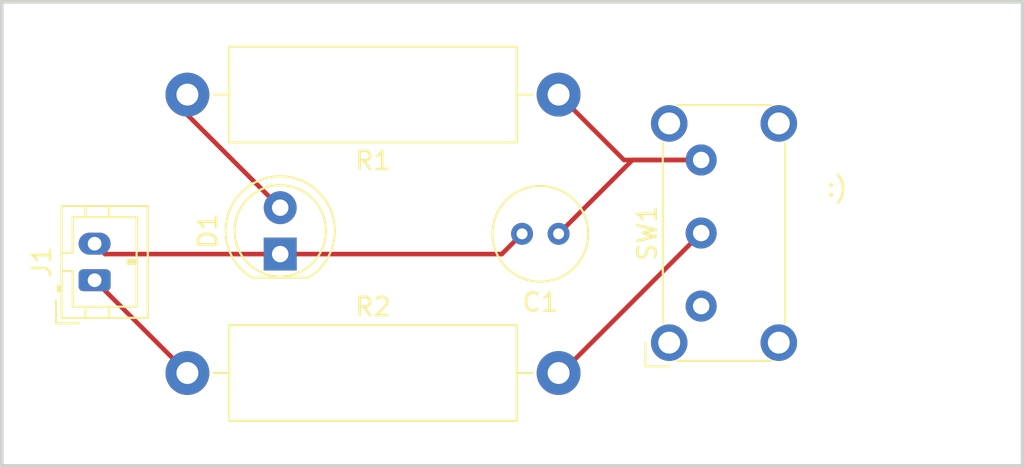
<source format=kicad_pcb>
(kicad_pcb (version 20211014) (generator pcbnew)
  (layers (0 "F.Cu" signal) (31 "B.Cu" signal) (34 "B.Paste" user) (35 "F.Paste" user) (36 "B.SilkS" user "B.Silkscreen") (37 "F.SilkS" user "F.Silkscreen") (38 "B.Mask" user) (39 "F.Mask" user) (44 "Edge.Cuts" user))
  (net 0 "")
  (net 1 "Net-(C1-Pad1)")
  (net 2 "Net-(C1-Pad2)")
  (net 3 "Net-(D1-Pad2)")
  (net 4 "Net-(J1-Pad1)")
  (net 5 "Net-(R2-Pad2)")
  (footprint "Resistor_THT:R_Axial_DIN0516_L15.5mm_D5.0mm_P20.32mm_Horizontal" (layer "F.Cu") (at 139.7 139.7)
    (fp_text reference "R2" (at 10.16 -3.62) (layer "F.SilkS"))
    (fp_text value "2.2k")
    (fp_line (start 1.44 0) (end 2.29 0) (layer "F.SilkS") (width 0.12))
    (fp_line (start 18.03 2.62) (end 18.03 -2.62) (layer "F.SilkS") (width 0.12))
    (fp_line (start 2.29 -2.62) (end 2.29 2.62) (layer "F.SilkS") (width 0.12))
    (fp_line (start 2.29 2.62) (end 18.03 2.62) (layer "F.SilkS") (width 0.12))
    (fp_line (start 18.88 0) (end 18.03 0) (layer "F.SilkS") (width 0.12))
    (fp_line (start 18.03 -2.62) (end 2.29 -2.62) (layer "F.SilkS") (width 0.12))
    (pad "1" thru_hole circle (at 0 0) (size 2.4 2.4) (drill 1.2) (layers *.Cu *.Mask) (net 4 "Net-(J1-Pad1)"))
    (pad "2" thru_hole oval (at 20.32 0) (size 2.4 2.4) (drill 1.2) (layers *.Cu *.Mask) (net 5 "Net-(R2-Pad2)"))
  )
  (footprint "Resistor_THT:R_Axial_DIN0516_L15.5mm_D5.0mm_P20.32mm_Horizontal" (layer "F.Cu") (at 160.02 124.46 180)
    (fp_text reference "R1" (at 10.16 -3.62) (layer "F.SilkS"))
    (fp_text value "20k")
    (fp_line (start 2.29 -2.62) (end 2.29 2.62) (layer "F.SilkS") (width 0.12))
    (fp_line (start 1.44 0) (end 2.29 0) (layer "F.SilkS") (width 0.12))
    (fp_line (start 18.03 2.62) (end 18.03 -2.62) (layer "F.SilkS") (width 0.12))
    (fp_line (start 18.03 -2.62) (end 2.29 -2.62) (layer "F.SilkS") (width 0.12))
    (fp_line (start 2.29 2.62) (end 18.03 2.62) (layer "F.SilkS") (width 0.12))
    (fp_line (start 18.88 0) (end 18.03 0) (layer "F.SilkS") (width 0.12))
    (pad "1" thru_hole circle (at 0 0 180) (size 2.4 2.4) (drill 1.2) (layers *.Cu *.Mask) (net 1 "Net-(C1-Pad1)"))
    (pad "2" thru_hole oval (at 20.32 0 180) (size 2.4 2.4) (drill 1.2) (layers *.Cu *.Mask) (net 3 "Net-(D1-Pad2)"))
  )
  (footprint "Capacitor_THT:C_Radial_D5.0mm_H5.0mm_P2.00mm" (layer "F.Cu") (at 160.02 132.08 180)
    (fp_text reference "C1" (at 1 -3.75) (layer "F.SilkS"))
    (fp_text value "4.7uF")
    (fp_circle (center 1 0) (end 3.62 0) (layer "F.SilkS") (width 0.12) (fill none))
    (pad "1" thru_hole circle (at 0 0 180) (size 1.2 1.2) (drill 0.6) (layers *.Cu *.Mask) (net 1 "Net-(C1-Pad1)"))
    (pad "2" thru_hole circle (at 2 0 180) (size 1.2 1.2) (drill 0.6) (layers *.Cu *.Mask) (net 2 "Net-(C1-Pad2)"))
  )
  (footprint "Button_Switch_THT:SW_E-Switch_EG1224_SPDT_Angled" (layer "F.Cu") (at 167.825 136.0375 90)
    (fp_text reference "SW1" (at 4 -2.95 90) (layer "F.SilkS"))
    (fp_text value "SW_SPDT")
    (fp_line (start 11 -1.35) (end 11 3.85) (layer "F.SilkS") (width 0.12))
    (fp_line (start -3 3.85) (end -3 -1.35) (layer "F.SilkS") (width 0.12))
    (fp_line (start -3.3 -3.05) (end -2 -3.05) (layer "F.SilkS") (width 0.12))
    (fp_line (start -3.3 -1.75) (end -3.3 -3.05) (layer "F.SilkS") (width 0.12))
    (fp_line (start -0.95 -2.1) (end 8.95 -2.1) (layer "F.SilkS") (width 0.12))
    (fp_line (start 8.95 4.6) (end -0.95 4.6) (layer "F.SilkS") (width 0.12))
    (pad "" thru_hole circle (at 10 4.25 90) (size 2 2) (drill 1.2) (layers *.Cu *.Mask))
    (pad "" thru_hole circle (at -2 4.25 90) (size 2 2) (drill 1.2) (layers *.Cu *.Mask))
    (pad "" thru_hole circle (at -2 -1.75 90) (size 2 2) (drill 1.2) (layers *.Cu *.Mask))
    (pad "" thru_hole circle (at 10 -1.75 90) (size 2 2) (drill 1.2) (layers *.Cu *.Mask))
    (pad "1" thru_hole circle (at 0 0 90) (size 1.7 1.7) (drill 0.9) (layers *.Cu *.Mask))
    (pad "2" thru_hole circle (at 4 0 90) (size 1.7 1.7) (drill 0.9) (layers *.Cu *.Mask) (net 5 "Net-(R2-Pad2)"))
    (pad "3" thru_hole circle (at 8 0 90) (size 1.7 1.7) (drill 0.9) (layers *.Cu *.Mask) (net 1 "Net-(C1-Pad1)"))
  )
  (footprint "Connector_JST:JST_PH_B2B-PH-K_1x02_P2.00mm_Vertical" (layer "F.Cu") (at 134.62 134.62 90)
    (fp_text reference "J1" (at 1 -2.9 90) (layer "F.SilkS"))
    (fp_text value "Conn_01x02_Male")
    (fp_line (start 4.06 0.8) (end 3.45 0.8) (layer "F.SilkS") (width 0.12))
    (fp_line (start -1.45 -1.2) (end -1.45 2.3) (layer "F.SilkS") (width 0.12))
    (fp_line (start -0.3 -2.01) (end -0.6 -2.01) (layer "F.SilkS") (width 0.12))
    (fp_line (start -2.06 -0.5) (end -1.45 -0.5) (layer "F.SilkS") (width 0.12))
    (fp_line (start 0.9 2.3) (end 0.9 1.8) (layer "F.SilkS") (width 0.12))
    (fp_line (start -1.45 2.3) (end 3.45 2.3) (layer "F.SilkS") (width 0.12))
    (fp_line (start -2.06 -1.81) (end -2.06 2.91) (layer "F.SilkS") (width 0.12))
    (fp_line (start 1 2.3) (end 1 1.8) (layer "F.SilkS") (width 0.12))
    (fp_line (start -1.11 -2.11) (end -2.36 -2.11) (layer "F.SilkS") (width 0.12))
    (fp_line (start -2.06 2.91) (end 4.06 2.91) (layer "F.SilkS") (width 0.12))
    (fp_line (start -2.36 -2.11) (end -2.36 -0.86) (layer "F.SilkS") (width 0.12))
    (fp_line (start 4.06 -0.5) (end 3.45 -0.5) (layer "F.SilkS") (width 0.12))
    (fp_line (start -0.3 -1.91) (end -0.6 -1.91) (layer "F.SilkS") (width 0.12))
    (fp_line (start 0.5 -1.2) (end -1.45 -1.2) (layer "F.SilkS") (width 0.12))
    (fp_line (start -0.6 -2.01) (end -0.6 -1.81) (layer "F.SilkS") (width 0.12))
    (fp_line (start -2.06 0.8) (end -1.45 0.8) (layer "F.SilkS") (width 0.12))
    (fp_line (start 1.5 -1.2) (end 1.5 -1.81) (layer "F.SilkS") (width 0.12))
    (fp_line (start 3.45 -1.2) (end 1.5 -1.2) (layer "F.SilkS") (width 0.12))
    (fp_line (start 1.1 1.8) (end 1.1 2.3) (layer "F.SilkS") (width 0.12))
    (fp_line (start 4.06 -1.81) (end -2.06 -1.81) (layer "F.SilkS") (width 0.12))
    (fp_line (start -0.3 -1.81) (end -0.3 -2.01) (layer "F.SilkS") (width 0.12))
    (fp_line (start 4.06 2.91) (end 4.06 -1.81) (layer "F.SilkS") (width 0.12))
    (fp_line (start 3.45 2.3) (end 3.45 -1.2) (layer "F.SilkS") (width 0.12))
    (fp_line (start 0.5 -1.81) (end 0.5 -1.2) (layer "F.SilkS") (width 0.12))
    (fp_line (start 0.9 1.8) (end 1.1 1.8) (layer "F.SilkS") (width 0.12))
    (pad "1" thru_hole roundrect (at 0 0 90) (size 1.2 1.75) (drill 0.75) (layers *.Cu *.Mask) (roundrect_rratio 0.208333) (net 4 "Net-(J1-Pad1)"))
    (pad "2" thru_hole oval (at 2 0 90) (size 1.2 1.75) (drill 0.75) (layers *.Cu *.Mask) (net 2 "Net-(C1-Pad2)"))
  )
  (footprint "LED_THT:LED_D5.0mm" (layer "F.Cu") (at 144.78 133.19 90)
    (fp_text reference "D1" (at 1.27 -3.96 90) (layer "F.SilkS"))
    (fp_text value "LED")
    (fp_line (start -1.29 -1.545) (end -1.29 1.545) (layer "F.SilkS") (width 0.12))
    (fp_arc (start 4.26 -0.000462) (mid 2.072002 2.880433) (end -1.29 1.54483) (layer "F.SilkS") (width 0.12))
    (fp_arc (start -1.29 -1.54483) (mid 2.072002 -2.880433) (end 4.26 0.000462) (layer "F.SilkS") (width 0.12))
    (fp_circle (center 1.27 0) (end 3.77 0) (layer "F.SilkS") (width 0.12) (fill none))
    (pad "1" thru_hole rect (at 0 0 90) (size 1.8 1.8) (drill 0.9) (layers *.Cu *.Mask) (net 2 "Net-(C1-Pad2)"))
    (pad "2" thru_hole circle (at 2.54 0 90) (size 1.8 1.8) (drill 0.9) (layers *.Cu *.Mask) (net 3 "Net-(D1-Pad2)"))
  )
  (gr_rect (start 129.54 119.38) (end 185.42 144.78) (layer "Edge.Cuts") (width 0.2) (fill none))
  (gr_text ":)" (at 175.26 129.54) (layer "F.SilkS") (effects (font (size 1 1))))
  (segment (start 167.825 128.0375) (end 164.0625 128.0375) (width 0.25) (layer "F.Cu") (net 1))
  (segment (start 164.0625 128.0375) (end 160.02 132.08) (width 0.25) (layer "F.Cu") (net 1))
  (segment (start 163.5975 128.0375) (end 167.825 128.0375) (width 0.25) (layer "F.Cu") (net 1))
  (segment (start 160.02 124.46) (end 163.5975 128.0375) (width 0.25) (layer "F.Cu") (net 1))
  (segment (start 156.91 133.19) (end 158.02 132.08) (width 0.25) (layer "F.Cu") (net 2))
  (segment (start 135.19 133.19) (end 134.62 132.62) (width 0.25) (layer "F.Cu") (net 2))
  (segment (start 144.78 133.19) (end 156.91 133.19) (width 0.25) (layer "F.Cu") (net 2))
  (segment (start 144.78 133.19) (end 135.19 133.19) (width 0.25) (layer "F.Cu") (net 2))
  (segment (start 144.78 130.65) (end 139.7 125.57) (width 0.25) (layer "F.Cu") (net 3))
  (segment (start 139.7 125.57) (end 139.7 124.46) (width 0.25) (layer "F.Cu") (net 3))
  (segment (start 134.62 134.62) (end 139.7 139.7) (width 0.25) (layer "F.Cu") (net 4))
  (segment (start 167.825 132.0375) (end 160.1625 139.7) (width 0.25) (layer "F.Cu") (net 5))
  (segment (start 160.1625 139.7) (end 160.02 139.7) (width 0.25) (layer "F.Cu") (net 5))
)
</source>
